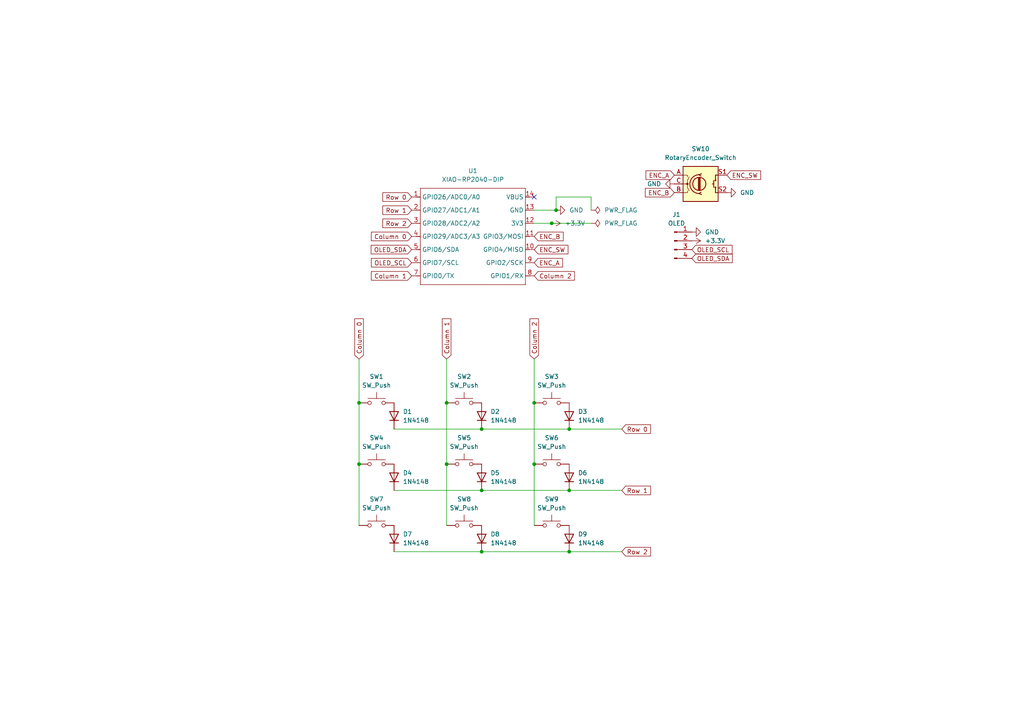
<source format=kicad_sch>
(kicad_sch (version 20250114) (generator "eeschema") (generator_version "9.0")
  (paper "A4")
  (lib_symbols
    (symbol "Connector:Conn_01x04_Pin" (pin_names (offset 1.016) (hide yes))
      (property "Reference" "J" (at 0 5.08 0))
      (property "Value" "Conn_01x04_Pin" (at 0 -7.62 0))
      (symbol "Conn_01x04_Pin_1_1"
        (rectangle (start 0.8636 2.667) (end 0 2.413) (stroke (width 0.1524)) (fill (type outline)))
        (rectangle (start 0.8636 0.127) (end 0 -0.127) (stroke (width 0.1524)) (fill (type outline)))
        (rectangle (start 0.8636 -2.413) (end 0 -2.667) (stroke (width 0.1524)) (fill (type outline)))
        (rectangle (start 0.8636 -4.953) (end 0 -5.207) (stroke (width 0.1524)) (fill (type outline)))
        (polyline (pts (xy 1.27 2.54) (xy 0.8636 2.54)) (stroke (width 0.1524)))
        (polyline (pts (xy 1.27 0) (xy 0.8636 0)) (stroke (width 0.1524)))
        (polyline (pts (xy 1.27 -2.54) (xy 0.8636 -2.54)) (stroke (width 0.1524)))
        (polyline (pts (xy 1.27 -5.08) (xy 0.8636 -5.08)) (stroke (width 0.1524)))
        (pin passive line (at 5.08 2.54 180) (length 3.81) (name "Pin_1") (number "1"))
        (pin passive line (at 5.08 0 180) (length 3.81) (name "Pin_2") (number "2"))
        (pin passive line (at 5.08 -2.54 180) (length 3.81) (name "Pin_3") (number "3"))
        (pin passive line (at 5.08 -5.08 180) (length 3.81) (name "Pin_4") (number "4"))
      )
    )
    (symbol "Device:RotaryEncoder_Switch" (pin_names (offset 0.254) (hide yes))
      (property "Reference" "SW" (at 0 6.604 0))
      (property "Value" "RotaryEncoder_Switch" (at 0 -6.604 0))
      (symbol "RotaryEncoder_Switch_0_1"
        (rectangle (start -5.08 5.08) (end 5.08 -5.08) (stroke (width 0.254)) (fill (type background)))
        (polyline (pts (xy -5.08 2.54) (xy -3.81 2.54) (xy -3.81 2.032)))
        (polyline (pts (xy -5.08 0) (xy -3.81 0) (xy -3.81 -1.016) (xy -3.302 -2.032)))
        (polyline (pts (xy -5.08 -2.54) (xy -3.81 -2.54) (xy -3.81 -2.032)))
        (polyline (pts (xy -4.318 0) (xy -3.81 0) (xy -3.81 1.016) (xy -3.302 2.032)))
        (circle (center -3.81 0) (radius 0.254) (fill (type outline)))
        (polyline (pts (xy -0.635 -1.778) (xy -0.635 1.778)) (stroke (width 0.254)))
        (circle (center -0.381 0) (radius 1.905) (stroke (width 0.254)))
        (polyline (pts (xy -0.381 -1.778) (xy -0.381 1.778)) (stroke (width 0.254)))
        (arc (start -0.381 -2.794) (mid -3.0988 -0.0635) (end -0.381 2.667) (stroke (width 0.254)))
        (polyline (pts (xy -0.127 1.778) (xy -0.127 -1.778)) (stroke (width 0.254)))
        (polyline (pts (xy 0.254 2.921) (xy -0.508 2.667) (xy 0.127 2.286)) (stroke (width 0.254)))
        (polyline (pts (xy 0.254 -3.048) (xy -0.508 -2.794) (xy 0.127 -2.413)) (stroke (width 0.254)))
        (polyline (pts (xy 3.81 1.016) (xy 3.81 -1.016)) (stroke (width 0.254)))
        (polyline (pts (xy 3.81 0) (xy 3.429 0)) (stroke (width 0.254)))
        (circle (center 4.318 1.016) (radius 0.127) (stroke (width 0.254)))
        (circle (center 4.318 -1.016) (radius 0.127) (stroke (width 0.254)))
        (polyline (pts (xy 5.08 2.54) (xy 4.318 2.54) (xy 4.318 1.016)) (stroke (width 0.254)))
        (polyline (pts (xy 5.08 -2.54) (xy 4.318 -2.54) (xy 4.318 -1.016)) (stroke (width 0.254)))
      )
      (symbol "RotaryEncoder_Switch_1_1"
        (pin passive line (at -7.62 2.54 0) (length 2.54) (name "A") (number "A"))
        (pin passive line (at -7.62 0 0) (length 2.54) (name "C") (number "C"))
        (pin passive line (at -7.62 -2.54 0) (length 2.54) (name "B") (number "B"))
        (pin passive line (at 7.62 2.54 180) (length 2.54) (name "S1") (number "S1"))
        (pin passive line (at 7.62 -2.54 180) (length 2.54) (name "S2") (number "S2"))
      )
    )
    (symbol "Diode:1N4148" (pin_numbers (hide yes)) (pin_names (hide yes))
      (property "Reference" "D" (at 0 2.54 0))
      (property "Value" "1N4148" (at 0 -2.54 0))
      (symbol "1N4148_0_1"
        (polyline (pts (xy -1.27 1.27) (xy -1.27 -1.27)) (stroke (width 0.254)))
        (polyline (pts (xy 1.27 1.27) (xy 1.27 -1.27) (xy -1.27 0) (xy 1.27 1.27)) (stroke (width 0.254)))
        (polyline (pts (xy 1.27 0) (xy -1.27 0)))
      )
      (symbol "1N4148_1_1"
        (pin passive line (at -3.81 0 0) (length 2.54) (name "K") (number "1"))
        (pin passive line (at 3.81 0 180) (length 2.54) (name "A") (number "2"))
      )
    )
    (symbol "OPL Library:XIAO-RP2040-DIP"
      (property "Reference" "U" (at 0 0 0))
      (property "Value" "XIAO-RP2040-DIP" (at 5.334 -1.778 0))
      (symbol "XIAO-RP2040-DIP_1_0"
        (polyline (pts (xy -1.27 -2.54) (xy 29.21 -2.54)) (stroke (width 0.1524)))
        (polyline (pts (xy -1.27 -5.08) (xy -2.54 -5.08)) (stroke (width 0.1524)))
        (polyline (pts (xy -1.27 -5.08) (xy -1.27 -2.54)) (stroke (width 0.1524)))
        (polyline (pts (xy -1.27 -8.89) (xy -2.54 -8.89)) (stroke (width 0.1524)))
        (polyline (pts (xy -1.27 -8.89) (xy -1.27 -5.08)) (stroke (width 0.1524)))
        (polyline (pts (xy -1.27 -12.7) (xy -2.54 -12.7)) (stroke (width 0.1524)))
        (polyline (pts (xy -1.27 -12.7) (xy -1.27 -8.89)) (stroke (width 0.1524)))
        (polyline (pts (xy -1.27 -16.51) (xy -2.54 -16.51)) (stroke (width 0.1524)))
        (polyline (pts (xy -1.27 -16.51) (xy -1.27 -12.7)) (stroke (width 0.1524)))
        (polyline (pts (xy -1.27 -20.32) (xy -2.54 -20.32)) (stroke (width 0.1524)))
        (polyline (pts (xy -1.27 -24.13) (xy -2.54 -24.13)) (stroke (width 0.1524)))
        (polyline (pts (xy -1.27 -27.94) (xy -2.54 -27.94)) (stroke (width 0.1524)))
        (polyline (pts (xy -1.27 -30.48) (xy -1.27 -16.51)) (stroke (width 0.1524)))
        (polyline (pts (xy 29.21 -2.54) (xy 29.21 -5.08)) (stroke (width 0.1524)))
        (polyline (pts (xy 29.21 -5.08) (xy 29.21 -8.89)) (stroke (width 0.1524)))
        (polyline (pts (xy 29.21 -8.89) (xy 29.21 -12.7)) (stroke (width 0.1524)))
        (polyline (pts (xy 29.21 -12.7) (xy 29.21 -30.48)) (stroke (width 0.1524)))
        (polyline (pts (xy 29.21 -30.48) (xy -1.27 -30.48)) (stroke (width 0.1524)))
        (polyline (pts (xy 30.48 -5.08) (xy 29.21 -5.08)) (stroke (width 0.1524)))
        (polyline (pts (xy 30.48 -8.89) (xy 29.21 -8.89)) (stroke (width 0.1524)))
        (polyline (pts (xy 30.48 -12.7) (xy 29.21 -12.7)) (stroke (width 0.1524)))
        (polyline (pts (xy 30.48 -16.51) (xy 29.21 -16.51)) (stroke (width 0.1524)))
        (polyline (pts (xy 30.48 -20.32) (xy 29.21 -20.32)) (stroke (width 0.1524)))
        (polyline (pts (xy 30.48 -24.13) (xy 29.21 -24.13)) (stroke (width 0.1524)))
        (polyline (pts (xy 30.48 -27.94) (xy 29.21 -27.94)) (stroke (width 0.1524)))
        (pin passive line (at -3.81 -5.08 0) (length 2.54) (name "GPIO26/ADC0/A0") (number "1"))
        (pin passive line (at -3.81 -8.89 0) (length 2.54) (name "GPIO27/ADC1/A1") (number "2"))
        (pin passive line (at -3.81 -12.7 0) (length 2.54) (name "GPIO28/ADC2/A2") (number "3"))
        (pin passive line (at -3.81 -16.51 0) (length 2.54) (name "GPIO29/ADC3/A3") (number "4"))
        (pin passive line (at -3.81 -20.32 0) (length 2.54) (name "GPIO6/SDA") (number "5"))
        (pin passive line (at -3.81 -24.13 0) (length 2.54) (name "GPIO7/SCL") (number "6"))
        (pin passive line (at -3.81 -27.94 0) (length 2.54) (name "GPIO0/TX") (number "7"))
        (pin passive line (at 31.75 -5.08 180) (length 2.54) (name "VBUS") (number "14"))
        (pin passive line (at 31.75 -8.89 180) (length 2.54) (name "GND") (number "13"))
        (pin passive line (at 31.75 -12.7 180) (length 2.54) (name "3V3") (number "12"))
        (pin passive line (at 31.75 -16.51 180) (length 2.54) (name "GPIO3/MOSI") (number "11"))
        (pin passive line (at 31.75 -20.32 180) (length 2.54) (name "GPIO4/MISO") (number "10"))
        (pin passive line (at 31.75 -24.13 180) (length 2.54) (name "GPIO2/SCK") (number "9"))
        (pin passive line (at 31.75 -27.94 180) (length 2.54) (name "GPIO1/RX") (number "8"))
      )
    )
    (symbol "Switch:SW_Push" (pin_numbers (hide yes)) (pin_names (offset 1.016) (hide yes))
      (property "Reference" "SW" (at 1.27 2.54 0))
      (property "Value" "SW_Push" (at 0 -1.524 0))
      (symbol "SW_Push_0_1"
        (circle (center -2.032 0) (radius 0.508))
        (polyline (pts (xy 0 1.27) (xy 0 3.048)))
        (circle (center 2.032 0) (radius 0.508))
        (polyline (pts (xy 2.54 1.27) (xy -2.54 1.27)))
        (pin passive line (at -5.08 0 0) (length 2.54) (name "1") (number "1"))
        (pin passive line (at 5.08 0 180) (length 2.54) (name "2") (number "2"))
      )
    )
    (symbol "power:+3.3V" (power) (pin_numbers (hide yes)) (pin_names (offset 0) (hide yes))
      (property "Value" "+3.3V" (at 0 3.556 0))
      (symbol "+3.3V_0_1"
        (polyline (pts (xy -0.762 1.27) (xy 0 2.54)))
        (polyline (pts (xy 0 2.54) (xy 0.762 1.27)))
        (polyline (pts (xy 0 0) (xy 0 2.54)))
      )
      (symbol "+3.3V_1_1"
        (pin power_in line (at 0 0 90) (length 0) (name "~") (number "1"))
      )
    )
    (symbol "power:GND" (power) (pin_numbers (hide yes)) (pin_names (offset 0) (hide yes))
      (property "Value" "GND" (at 0 -3.81 0))
      (symbol "GND_0_1"
        (polyline (pts (xy 0 0) (xy 0 -1.27) (xy 1.27 -1.27) (xy 0 -2.54) (xy -1.27 -1.27) (xy 0 -1.27)))
      )
      (symbol "GND_1_1"
        (pin power_in line (at 0 0 270) (length 0) (name "~") (number "1"))
      )
    )
    (symbol "power:PWR_FLAG" (power) (pin_numbers (hide yes)) (pin_names (offset 0) (hide yes))
      (property "Value" "PWR_FLAG" (at 0 3.81 0))
      (symbol "PWR_FLAG_0_0"
        (pin power_out line (at 0 0 90) (length 0) (name "~") (number "1"))
      )
      (symbol "PWR_FLAG_0_1"
        (polyline (pts (xy 0 0) (xy 0 1.27) (xy -1.016 1.905) (xy 0 2.54) (xy 1.016 1.905) (xy 0 1.27)))
      )
    )
  )
  (junction (at 160.02 64.77))
  (junction (at 104.14 116.84))
  (junction (at 139.7 142.24))
  (junction (at 154.94 134.62))
  (junction (at 161.29 60.96))
  (junction (at 129.54 134.62))
  (junction (at 165.1 142.24))
  (junction (at 129.54 116.84))
  (junction (at 165.1 124.46))
  (junction (at 165.1 160.02))
  (junction (at 139.7 160.02))
  (junction (at 104.14 134.62))
  (junction (at 154.94 116.84))
  (junction (at 139.7 124.46))
  (no_connect (at 154.94 57.15))
  (wire (pts (xy 154.94 104.14) (xy 154.94 116.84)))
  (wire (pts (xy 139.7 124.46) (xy 165.1 124.46)))
  (wire (pts (xy 180.34 124.46) (xy 165.1 124.46)))
  (wire (pts (xy 154.94 134.62) (xy 154.94 152.4)))
  (wire (pts (xy 161.29 57.15) (xy 161.29 60.96)))
  (wire (pts (xy 104.14 104.14) (xy 104.14 116.84)))
  (wire (pts (xy 104.14 116.84) (xy 104.14 134.62)))
  (wire (pts (xy 165.1 142.24) (xy 180.34 142.24)))
  (wire (pts (xy 161.29 60.96) (xy 154.94 60.96)))
  (wire (pts (xy 165.1 160.02) (xy 180.34 160.02)))
  (wire (pts (xy 129.54 134.62) (xy 129.54 152.4)))
  (wire (pts (xy 114.3 124.46) (xy 139.7 124.46)))
  (wire (pts (xy 114.3 160.02) (xy 139.7 160.02)))
  (wire (pts (xy 171.45 57.15) (xy 161.29 57.15)))
  (wire (pts (xy 129.54 104.14) (xy 129.54 116.84)))
  (wire (pts (xy 114.3 142.24) (xy 139.7 142.24)))
  (wire (pts (xy 129.54 116.84) (xy 129.54 134.62)))
  (wire (pts (xy 139.7 160.02) (xy 165.1 160.02)))
  (wire (pts (xy 171.45 60.96) (xy 171.45 57.15)))
  (wire (pts (xy 160.02 64.77) (xy 154.94 64.77)))
  (wire (pts (xy 139.7 142.24) (xy 165.1 142.24)))
  (wire (pts (xy 160.02 64.77) (xy 171.45 64.77)))
  (wire (pts (xy 104.14 134.62) (xy 104.14 152.4)))
  (wire (pts (xy 154.94 116.84) (xy 154.94 134.62)))
  (global_label "OLED_SDA" (shape input) (at 200.66 74.93 0) (property "Intersheetrefs" "${INTERSHEET_REFS}" (effects (hide yes))))
  (global_label "Row 1" (shape input) (at 180.34 142.24 0) (property "Intersheetrefs" "${INTERSHEET_REFS}" (effects (hide yes))))
  (global_label "ENC_SW" (shape input) (at 154.94 72.39 0) (property "Intersheetrefs" "${INTERSHEET_REFS}" (effects (hide yes))))
  (global_label "ENC_B" (shape input) (at 195.58 55.88 180) (property "Intersheetrefs" "${INTERSHEET_REFS}" (effects (hide yes))))
  (global_label "Row 0" (shape input) (at 119.38 57.15 180) (property "Intersheetrefs" "${INTERSHEET_REFS}" (effects (hide yes))))
  (global_label "Column 1" (shape input) (at 129.54 104.14 90) (property "Intersheetrefs" "${INTERSHEET_REFS}" (effects (hide yes))))
  (global_label "ENC_A" (shape input) (at 195.58 50.8 180) (property "Intersheetrefs" "${INTERSHEET_REFS}" (effects (hide yes))))
  (global_label "ENC_B" (shape input) (at 154.94 68.58 0) (property "Intersheetrefs" "${INTERSHEET_REFS}" (effects (hide yes))))
  (global_label "OLED_SCL" (shape input) (at 119.38 76.2 180) (property "Intersheetrefs" "${INTERSHEET_REFS}" (effects (hide yes))))
  (global_label "OLED_SCL" (shape input) (at 200.66 72.39 0) (property "Intersheetrefs" "${INTERSHEET_REFS}" (effects (hide yes))))
  (global_label "Column 0" (shape input) (at 104.14 104.14 90) (property "Intersheetrefs" "${INTERSHEET_REFS}" (effects (hide yes))))
  (global_label "Row 1" (shape input) (at 119.38 60.96 180) (property "Intersheetrefs" "${INTERSHEET_REFS}" (effects (hide yes))))
  (global_label "Row 2" (shape input) (at 119.38 64.77 180) (property "Intersheetrefs" "${INTERSHEET_REFS}" (effects (hide yes))))
  (global_label "Column 0" (shape input) (at 119.38 68.58 180) (property "Intersheetrefs" "${INTERSHEET_REFS}" (effects (hide yes))))
  (global_label "Column 2" (shape input) (at 154.94 104.14 90) (property "Intersheetrefs" "${INTERSHEET_REFS}" (effects (hide yes))))
  (global_label "OLED_SDA" (shape input) (at 119.38 72.39 180) (property "Intersheetrefs" "${INTERSHEET_REFS}" (effects (hide yes))))
  (global_label "ENC_A" (shape input) (at 154.94 76.2 0) (property "Intersheetrefs" "${INTERSHEET_REFS}" (effects (hide yes))))
  (global_label "Row 2" (shape input) (at 180.34 160.02 0) (property "Intersheetrefs" "${INTERSHEET_REFS}" (effects (hide yes))))
  (global_label "Column 1" (shape input) (at 119.38 80.01 180) (property "Intersheetrefs" "${INTERSHEET_REFS}" (effects (hide yes))))
  (global_label "Row 0" (shape input) (at 180.34 124.46 0) (property "Intersheetrefs" "${INTERSHEET_REFS}" (effects (hide yes))))
  (global_label "Column 2" (shape input) (at 154.94 80.01 0) (property "Intersheetrefs" "${INTERSHEET_REFS}" (effects (hide yes))))
  (global_label "ENC_SW" (shape input) (at 210.82 50.8 0) (property "Intersheetrefs" "${INTERSHEET_REFS}" (effects (hide yes))))
  (symbol (lib_id "Switch:SW_Push") (at 160.02 134.62 0) (unit 1)
    (property "Reference" "SW6" (at 160.02 127 0))
    (property "Value" "SW_Push" (at 160.02 129.54 0))
    (property "Footprint" "Button_Switch_Keyboard:SW_Cherry_MX_1.00u_PCB" (effects (hide yes)))
    (property "Description" "Push button switch, generic, two pins" (effects (hide yes)))
  )
  (symbol (lib_id "Switch:SW_Push") (at 134.62 134.62 0) (unit 1)
    (property "Reference" "SW5" (at 134.62 127 0))
    (property "Value" "SW_Push" (at 134.62 129.54 0))
    (property "Footprint" "Button_Switch_Keyboard:SW_Cherry_MX_1.00u_PCB" (effects (hide yes)))
    (property "Description" "Push button switch, generic, two pins" (effects (hide yes)))
  )
  (symbol (lib_id "power:PWR_FLAG") (at 171.45 60.96 270) (unit 1)
    (property "Reference" "#FLG01" (effects (hide yes)))
    (property "Value" "PWR_FLAG" (at 175.26 60.9599 90) (effects (justify left)))
    (property "Description" "Special symbol for telling ERC where power comes from" (effects (hide yes)))
  )
  (symbol (lib_id "Diode:1N4148") (at 139.7 156.21 90) (unit 1)
    (property "Reference" "D8" (at 142.24 154.9399 90) (effects (justify right)))
    (property "Value" "1N4148" (at 142.24 157.4799 90) (effects (justify right)))
    (property "Footprint" "Diode_THT:D_DO-35_SOD27_P7.62mm_Horizontal" (effects (hide yes)))
    (property "Datasheet" "https://assets.nexperia.com/documents/data-sheet/1N4148_1N4448.pdf" (effects (hide yes)))
    (property "Description" "100V 0.15A standard switching diode, DO-35" (effects (hide yes)))
    (property "Sim.Device" "D" (effects (hide yes)))
    (property "Sim.Pins" "1=K 2=A" (effects (hide yes)))
  )
  (symbol (lib_id "Switch:SW_Push") (at 160.02 116.84 0) (unit 1)
    (property "Reference" "SW3" (at 160.02 109.22 0))
    (property "Value" "SW_Push" (at 160.02 111.76 0))
    (property "Footprint" "Button_Switch_Keyboard:SW_Cherry_MX_1.00u_PCB" (effects (hide yes)))
    (property "Description" "Push button switch, generic, two pins" (effects (hide yes)))
  )
  (symbol (lib_id "Diode:1N4148") (at 165.1 120.65 90) (unit 1)
    (property "Reference" "D3" (at 167.64 119.3799 90) (effects (justify right)))
    (property "Value" "1N4148" (at 167.64 121.9199 90) (effects (justify right)))
    (property "Footprint" "Diode_THT:D_DO-35_SOD27_P7.62mm_Horizontal" (effects (hide yes)))
    (property "Datasheet" "https://assets.nexperia.com/documents/data-sheet/1N4148_1N4448.pdf" (effects (hide yes)))
    (property "Description" "100V 0.15A standard switching diode, DO-35" (effects (hide yes)))
    (property "Sim.Device" "D" (effects (hide yes)))
    (property "Sim.Pins" "1=K 2=A" (effects (hide yes)))
  )
  (symbol (lib_id "power:+3.3V") (at 160.02 64.77 270) (unit 1)
    (property "Reference" "#PWR05" (effects (hide yes)))
    (property "Value" "+3.3V" (at 163.83 64.7699 90) (effects (justify left)))
    (property "Description" "Power symbol creates a global label with name \"+3.3V\"" (effects (hide yes)))
  )
  (symbol (lib_id "Switch:SW_Push") (at 134.62 116.84 0) (unit 1)
    (property "Reference" "SW2" (at 134.62 109.22 0))
    (property "Value" "SW_Push" (at 134.62 111.76 0))
    (property "Footprint" "Button_Switch_Keyboard:SW_Cherry_MX_1.00u_PCB" (effects (hide yes)))
    (property "Description" "Push button switch, generic, two pins" (effects (hide yes)))
  )
  (symbol (lib_id "power:GND") (at 195.58 53.34 270) (unit 1)
    (property "Reference" "#PWR03" (effects (hide yes)))
    (property "Value" "GND" (at 191.77 53.3399 90) (effects (justify right)))
    (property "Description" "Power symbol creates a global label with name \"GND\" , ground" (effects (hide yes)))
  )
  (symbol (lib_id "Diode:1N4148") (at 165.1 138.43 90) (unit 1)
    (property "Reference" "D6" (at 167.64 137.1599 90) (effects (justify right)))
    (property "Value" "1N4148" (at 167.64 139.6999 90) (effects (justify right)))
    (property "Footprint" "Diode_THT:D_DO-35_SOD27_P7.62mm_Horizontal" (effects (hide yes)))
    (property "Datasheet" "https://assets.nexperia.com/documents/data-sheet/1N4148_1N4448.pdf" (effects (hide yes)))
    (property "Description" "100V 0.15A standard switching diode, DO-35" (effects (hide yes)))
    (property "Sim.Device" "D" (effects (hide yes)))
    (property "Sim.Pins" "1=K 2=A" (effects (hide yes)))
  )
  (symbol (lib_id "Diode:1N4148") (at 114.3 138.43 90) (unit 1)
    (property "Reference" "D4" (at 116.84 137.1599 90) (effects (justify right)))
    (property "Value" "1N4148" (at 116.84 139.6999 90) (effects (justify right)))
    (property "Footprint" "Diode_THT:D_DO-35_SOD27_P7.62mm_Horizontal" (effects (hide yes)))
    (property "Datasheet" "https://assets.nexperia.com/documents/data-sheet/1N4148_1N4448.pdf" (effects (hide yes)))
    (property "Description" "100V 0.15A standard switching diode, DO-35" (effects (hide yes)))
    (property "Sim.Device" "D" (effects (hide yes)))
    (property "Sim.Pins" "1=K 2=A" (effects (hide yes)))
  )
  (symbol (lib_id "power:GND") (at 210.82 55.88 90) (unit 1)
    (property "Reference" "#PWR01" (effects (hide yes)))
    (property "Value" "GND" (at 214.63 55.8799 90) (effects (justify right)))
    (property "Description" "Power symbol creates a global label with name \"GND\" , ground" (effects (hide yes)))
  )
  (symbol (lib_id "Diode:1N4148") (at 114.3 156.21 90) (unit 1)
    (property "Reference" "D7" (at 116.84 154.9399 90) (effects (justify right)))
    (property "Value" "1N4148" (at 116.84 157.4799 90) (effects (justify right)))
    (property "Footprint" "Diode_THT:D_DO-35_SOD27_P7.62mm_Horizontal" (effects (hide yes)))
    (property "Datasheet" "https://assets.nexperia.com/documents/data-sheet/1N4148_1N4448.pdf" (effects (hide yes)))
    (property "Description" "100V 0.15A standard switching diode, DO-35" (effects (hide yes)))
    (property "Sim.Device" "D" (effects (hide yes)))
    (property "Sim.Pins" "1=K 2=A" (effects (hide yes)))
  )
  (symbol (lib_id "power:PWR_FLAG") (at 171.45 64.77 270) (unit 1)
    (property "Reference" "#FLG02" (effects (hide yes)))
    (property "Value" "PWR_FLAG" (at 175.26 64.7699 90) (effects (justify left)))
    (property "Description" "Special symbol for telling ERC where power comes from" (effects (hide yes)))
  )
  (symbol (lib_id "Connector:Conn_01x04_Pin") (at 195.58 69.85 0) (unit 1)
    (property "Reference" "J1" (at 196.215 62.23 0))
    (property "Value" "OLED" (at 196.215 64.77 0))
    (property "Footprint" "OLED Lib:SSD1306-0.91-OLED-4pin-128x32" (effects (hide yes)))
    (property "Description" "Generic connector, single row, 01x04, script generated" (effects (hide yes)))
  )
  (symbol (lib_id "Switch:SW_Push") (at 109.22 116.84 0) (unit 1)
    (property "Reference" "SW1" (at 109.22 109.22 0))
    (property "Value" "SW_Push" (at 109.22 111.76 0))
    (property "Footprint" "Button_Switch_Keyboard:SW_Cherry_MX_1.00u_PCB" (effects (hide yes)))
    (property "Description" "Push button switch, generic, two pins" (effects (hide yes)))
  )
  (symbol (lib_id "Switch:SW_Push") (at 109.22 152.4 0) (unit 1)
    (property "Reference" "SW7" (at 109.22 144.78 0))
    (property "Value" "SW_Push" (at 109.22 147.32 0))
    (property "Footprint" "Button_Switch_Keyboard:SW_Cherry_MX_1.00u_PCB" (effects (hide yes)))
    (property "Description" "Push button switch, generic, two pins" (effects (hide yes)))
  )
  (symbol (lib_id "OPL Library:XIAO-RP2040-DIP") (at 123.19 52.07 0) (unit 1)
    (property "Reference" "U1" (at 137.16 49.53 0))
    (property "Value" "XIAO-RP2040-DIP" (at 137.16 52.07 0))
    (property "Footprint" "OPL Lib:XIAO-RP2040-DIP" (effects (hide yes)))
  )
  (symbol (lib_id "Diode:1N4148") (at 139.7 120.65 90) (unit 1)
    (property "Reference" "D2" (at 142.24 119.3799 90) (effects (justify right)))
    (property "Value" "1N4148" (at 142.24 121.9199 90) (effects (justify right)))
    (property "Footprint" "Diode_THT:D_DO-35_SOD27_P7.62mm_Horizontal" (effects (hide yes)))
    (property "Datasheet" "https://assets.nexperia.com/documents/data-sheet/1N4148_1N4448.pdf" (effects (hide yes)))
    (property "Description" "100V 0.15A standard switching diode, DO-35" (effects (hide yes)))
    (property "Sim.Device" "D" (effects (hide yes)))
    (property "Sim.Pins" "1=K 2=A" (effects (hide yes)))
  )
  (symbol (lib_id "power:GND") (at 200.66 67.31 90) (unit 1)
    (property "Reference" "#PWR04" (effects (hide yes)))
    (property "Value" "GND" (at 204.47 67.3099 90) (effects (justify right)))
    (property "Description" "Power symbol creates a global label with name \"GND\" , ground" (effects (hide yes)))
  )
  (symbol (lib_id "Switch:SW_Push") (at 109.22 134.62 0) (unit 1)
    (property "Reference" "SW4" (at 109.22 127 0))
    (property "Value" "SW_Push" (at 109.22 129.54 0))
    (property "Footprint" "Button_Switch_Keyboard:SW_Cherry_MX_1.00u_PCB" (effects (hide yes)))
    (property "Description" "Push button switch, generic, two pins" (effects (hide yes)))
  )
  (symbol (lib_id "Diode:1N4148") (at 114.3 120.65 90) (unit 1)
    (property "Reference" "D1" (at 116.84 119.3799 90) (effects (justify right)))
    (property "Value" "1N4148" (at 116.84 121.9199 90) (effects (justify right)))
    (property "Footprint" "Diode_THT:D_DO-35_SOD27_P7.62mm_Horizontal" (effects (hide yes)))
    (property "Datasheet" "https://assets.nexperia.com/documents/data-sheet/1N4148_1N4448.pdf" (effects (hide yes)))
    (property "Description" "100V 0.15A standard switching diode, DO-35" (effects (hide yes)))
    (property "Sim.Device" "D" (effects (hide yes)))
    (property "Sim.Pins" "1=K 2=A" (effects (hide yes)))
  )
  (symbol (lib_id "power:GND") (at 161.29 60.96 90) (unit 1)
    (property "Reference" "#PWR02" (effects (hide yes)))
    (property "Value" "GND" (at 165.1 60.9599 90) (effects (justify right)))
    (property "Description" "Power symbol creates a global label with name \"GND\" , ground" (effects (hide yes)))
  )
  (symbol (lib_id "Diode:1N4148") (at 139.7 138.43 90) (unit 1)
    (property "Reference" "D5" (at 142.24 137.1599 90) (effects (justify right)))
    (property "Value" "1N4148" (at 142.24 139.6999 90) (effects (justify right)))
    (property "Footprint" "Diode_THT:D_DO-35_SOD27_P7.62mm_Horizontal" (effects (hide yes)))
    (property "Datasheet" "https://assets.nexperia.com/documents/data-sheet/1N4148_1N4448.pdf" (effects (hide yes)))
    (property "Description" "100V 0.15A standard switching diode, DO-35" (effects (hide yes)))
    (property "Sim.Device" "D" (effects (hide yes)))
    (property "Sim.Pins" "1=K 2=A" (effects (hide yes)))
  )
  (symbol (lib_id "power:+3.3V") (at 200.66 69.85 270) (unit 1)
    (property "Reference" "#PWR06" (effects (hide yes)))
    (property "Value" "+3.3V" (at 204.47 69.8499 90) (effects (justify left)))
    (property "Description" "Power symbol creates a global label with name \"+3.3V\"" (effects (hide yes)))
  )
  (symbol (lib_id "Diode:1N4148") (at 165.1 156.21 90) (unit 1)
    (property "Reference" "D9" (at 167.64 154.9399 90) (effects (justify right)))
    (property "Value" "1N4148" (at 167.64 157.4799 90) (effects (justify right)))
    (property "Footprint" "Diode_THT:D_DO-35_SOD27_P7.62mm_Horizontal" (effects (hide yes)))
    (property "Datasheet" "https://assets.nexperia.com/documents/data-sheet/1N4148_1N4448.pdf" (effects (hide yes)))
    (property "Description" "100V 0.15A standard switching diode, DO-35" (effects (hide yes)))
    (property "Sim.Device" "D" (effects (hide yes)))
    (property "Sim.Pins" "1=K 2=A" (effects (hide yes)))
  )
  (symbol (lib_id "Switch:SW_Push") (at 160.02 152.4 0) (unit 1)
    (property "Reference" "SW9" (at 160.02 144.78 0))
    (property "Value" "SW_Push" (at 160.02 147.32 0))
    (property "Footprint" "Button_Switch_Keyboard:SW_Cherry_MX_1.00u_PCB" (effects (hide yes)))
    (property "Description" "Push button switch, generic, two pins" (effects (hide yes)))
  )
  (symbol (lib_id "Device:RotaryEncoder_Switch") (at 203.2 53.34 0) (unit 1)
    (property "Reference" "SW10" (at 203.2 43.18 0))
    (property "Value" "RotaryEncoder_Switch" (at 203.2 45.72 0))
    (property "Footprint" "Rotary_Encoder:RotaryEncoder_Alps_EC11E-Switch_Vertical_H20mm" (effects (hide yes)))
    (property "Description" "Rotary encoder, dual channel, incremental quadrate outputs, with switch" (effects (hide yes)))
  )
  (symbol (lib_id "Switch:SW_Push") (at 134.62 152.4 0) (unit 1)
    (property "Reference" "SW8" (at 134.62 144.78 0))
    (property "Value" "SW_Push" (at 134.62 147.32 0))
    (property "Footprint" "Button_Switch_Keyboard:SW_Cherry_MX_1.00u_PCB" (effects (hide yes)))
    (property "Description" "Push button switch, generic, two pins" (effects (hide yes)))
  )
)
</source>
